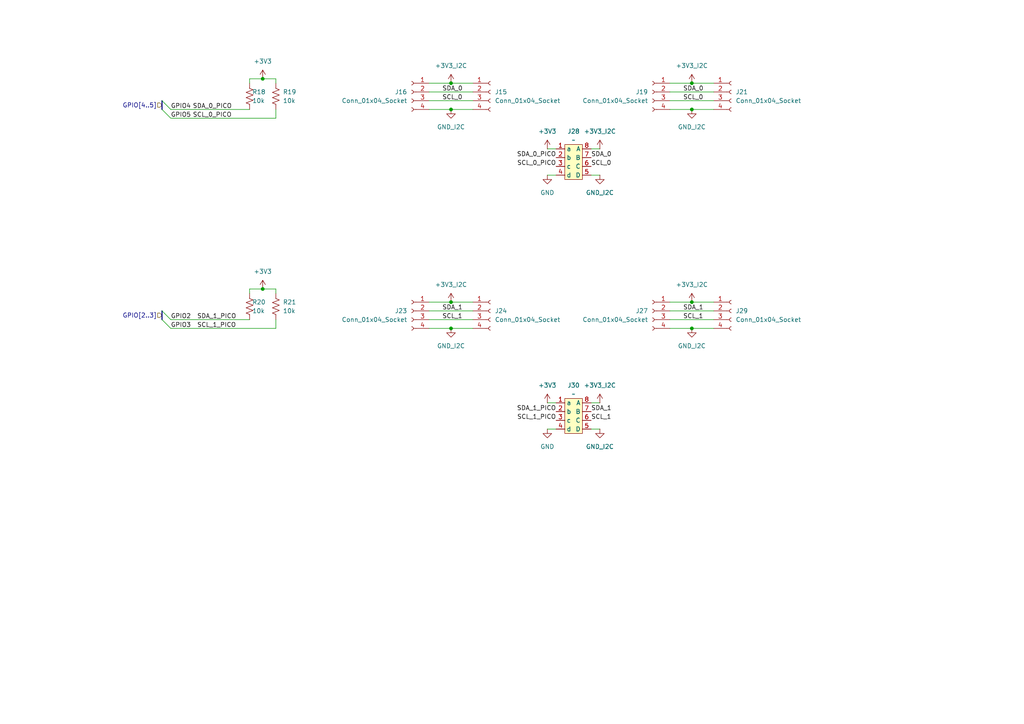
<source format=kicad_sch>
(kicad_sch (version 20250114) (generator "eeschema") (generator_version "9.0")
  (paper "A4")
  (lib_symbols
    (symbol "Aeris_custom:SJ_Stepper_1-5mm"
      (property "Reference" "J" (at -0.254 7.62 0))
      (symbol "SJ_Stepper_1-5mm_0_1"
        (rectangle (start -2.54 5.08) (end 2.54 -5.08) (fill (type background)))
      )
      (symbol "SJ_Stepper_1-5mm_1_1"
        (pin input line (at -5.08 3.81 0) (length 2.54) (name "a") (number "1"))
        (pin input line (at -5.08 1.27 0) (length 2.54) (name "b") (number "2"))
        (pin input line (at -5.08 -1.27 0) (length 2.54) (name "c") (number "3"))
        (pin input line (at -5.08 -3.81 0) (length 2.54) (name "d") (number "4"))
        (pin input line (at 5.08 3.81 180) (length 2.54) (name "A") (number "8"))
        (pin input line (at 5.08 1.27 180) (length 2.54) (name "B") (number "7"))
        (pin input line (at 5.08 -1.27 180) (length 2.54) (name "C") (number "6"))
        (pin input line (at 5.08 -3.81 180) (length 2.54) (name "D") (number "5"))
      )
    )
    (symbol "Connector:Conn_01x04_Socket" (pin_names (offset 1.016) (hide yes))
      (property "Reference" "J" (at 0 5.08 0))
      (property "Value" "Conn_01x04_Socket" (at 0 -7.62 0))
      (symbol "Conn_01x04_Socket_1_1"
        (polyline (pts (xy -1.27 2.54) (xy -0.508 2.54)) (stroke (width 0.1524)))
        (polyline (pts (xy -1.27 0) (xy -0.508 0)) (stroke (width 0.1524)))
        (polyline (pts (xy -1.27 -2.54) (xy -0.508 -2.54)) (stroke (width 0.1524)))
        (polyline (pts (xy -1.27 -5.08) (xy -0.508 -5.08)) (stroke (width 0.1524)))
        (arc (start 0 2.032) (mid -0.5058 2.54) (end 0 3.048) (stroke (width 0.1524)))
        (arc (start 0 -0.508) (mid -0.5058 0) (end 0 0.508) (stroke (width 0.1524)))
        (arc (start 0 -3.048) (mid -0.5058 -2.54) (end 0 -2.032) (stroke (width 0.1524)))
        (arc (start 0 -5.588) (mid -0.5058 -5.08) (end 0 -4.572) (stroke (width 0.1524)))
        (pin passive line (at -5.08 2.54 0) (length 3.81) (name "Pin_1") (number "1"))
        (pin passive line (at -5.08 0 0) (length 3.81) (name "Pin_2") (number "2"))
        (pin passive line (at -5.08 -2.54 0) (length 3.81) (name "Pin_3") (number "3"))
        (pin passive line (at -5.08 -5.08 0) (length 3.81) (name "Pin_4") (number "4"))
      )
    )
    (symbol "Device:R_US" (pin_numbers (hide yes)) (pin_names (offset 0))
      (property "Reference" "R" (at 2.54 0 90))
      (property "Value" "R_US" (at -2.54 0 90))
      (symbol "R_US_0_1"
        (polyline (pts (xy 0 2.286) (xy 0 2.54)))
        (polyline (pts (xy 0 2.286) (xy 1.016 1.905) (xy 0 1.524) (xy -1.016 1.143) (xy 0 0.762)))
        (polyline (pts (xy 0 0.762) (xy 1.016 0.381) (xy 0 0) (xy -1.016 -0.381) (xy 0 -0.762)))
        (polyline (pts (xy 0 -0.762) (xy 1.016 -1.143) (xy 0 -1.524) (xy -1.016 -1.905) (xy 0 -2.286)))
        (polyline (pts (xy 0 -2.286) (xy 0 -2.54)))
      )
      (symbol "R_US_1_1"
        (pin passive line (at 0 3.81 270) (length 1.27) (name "~") (number "1"))
        (pin passive line (at 0 -3.81 90) (length 1.27) (name "~") (number "2"))
      )
    )
    (symbol "power:+3V3" (power) (pin_numbers (hide yes)) (pin_names (offset 0) (hide yes))
      (property "Value" "+3V3" (at 0 3.556 0))
      (symbol "+3V3_0_1"
        (polyline (pts (xy -0.762 1.27) (xy 0 2.54)))
        (polyline (pts (xy 0 2.54) (xy 0.762 1.27)))
        (polyline (pts (xy 0 0) (xy 0 2.54)))
      )
      (symbol "+3V3_1_1"
        (pin power_in line (at 0 0 90) (length 0) (name "~") (number "1"))
      )
    )
    (symbol "power:GND" (power) (pin_numbers (hide yes)) (pin_names (offset 0) (hide yes))
      (property "Value" "GND" (at 0 -3.81 0))
      (symbol "GND_0_1"
        (polyline (pts (xy 0 0) (xy 0 -1.27) (xy 1.27 -1.27) (xy 0 -2.54) (xy -1.27 -1.27) (xy 0 -1.27)))
      )
      (symbol "GND_1_1"
        (pin power_in line (at 0 0 270) (length 0) (name "~") (number "1"))
      )
    )
  )
  (junction (at 130.81 95.25))
  (junction (at 130.81 31.75))
  (junction (at 76.2 83.82))
  (junction (at 76.2 22.86))
  (junction (at 200.66 24.13))
  (junction (at 130.81 24.13))
  (junction (at 130.81 87.63))
  (junction (at 200.66 31.75))
  (junction (at 200.66 87.63))
  (junction (at 200.66 95.25))
  (bus_entry (at 46.99 92.71) (size 2.54 2.54))
  (bus_entry (at 46.99 90.17) (size 2.54 2.54))
  (bus_entry (at 46.99 29.21) (size 2.54 2.54))
  (bus_entry (at 46.99 31.75) (size 2.54 2.54))
  (wire (pts (xy 76.2 22.86) (xy 80.01 22.86)))
  (wire (pts (xy 194.31 90.17) (xy 207.01 90.17)))
  (wire (pts (xy 124.46 26.67) (xy 137.16 26.67)))
  (wire (pts (xy 80.01 22.86) (xy 80.01 24.13)))
  (wire (pts (xy 200.66 24.13) (xy 207.01 24.13)))
  (wire (pts (xy 200.66 95.25) (xy 207.01 95.25)))
  (wire (pts (xy 194.31 95.25) (xy 200.66 95.25)))
  (wire (pts (xy 80.01 83.82) (xy 80.01 85.09)))
  (wire (pts (xy 171.45 50.8) (xy 173.99 50.8)))
  (wire (pts (xy 72.39 24.13) (xy 72.39 22.86)))
  (wire (pts (xy 72.39 83.82) (xy 76.2 83.82)))
  (wire (pts (xy 158.75 124.46) (xy 161.29 124.46)))
  (wire (pts (xy 194.31 92.71) (xy 207.01 92.71)))
  (wire (pts (xy 158.75 50.8) (xy 161.29 50.8)))
  (wire (pts (xy 124.46 24.13) (xy 130.81 24.13)))
  (wire (pts (xy 130.81 31.75) (xy 137.16 31.75)))
  (wire (pts (xy 194.31 31.75) (xy 200.66 31.75)))
  (wire (pts (xy 124.46 90.17) (xy 137.16 90.17)))
  (wire (pts (xy 76.2 83.82) (xy 80.01 83.82)))
  (wire (pts (xy 49.53 34.29) (xy 80.01 34.29)))
  (wire (pts (xy 80.01 95.25) (xy 80.01 92.71)))
  (wire (pts (xy 194.31 24.13) (xy 200.66 24.13)))
  (wire (pts (xy 200.66 87.63) (xy 207.01 87.63)))
  (wire (pts (xy 130.81 95.25) (xy 137.16 95.25)))
  (wire (pts (xy 171.45 43.18) (xy 173.99 43.18)))
  (wire (pts (xy 194.31 87.63) (xy 200.66 87.63)))
  (wire (pts (xy 130.81 87.63) (xy 137.16 87.63)))
  (wire (pts (xy 49.53 92.71) (xy 72.39 92.71)))
  (wire (pts (xy 49.53 31.75) (xy 72.39 31.75)))
  (wire (pts (xy 158.75 43.18) (xy 161.29 43.18)))
  (bus (pts (xy 46.99 29.21) (xy 46.99 31.75)))
  (wire (pts (xy 124.46 29.21) (xy 137.16 29.21)))
  (wire (pts (xy 124.46 95.25) (xy 130.81 95.25)))
  (wire (pts (xy 124.46 92.71) (xy 137.16 92.71)))
  (wire (pts (xy 194.31 29.21) (xy 207.01 29.21)))
  (wire (pts (xy 171.45 124.46) (xy 173.99 124.46)))
  (wire (pts (xy 72.39 22.86) (xy 76.2 22.86)))
  (wire (pts (xy 158.75 116.84) (xy 161.29 116.84)))
  (wire (pts (xy 171.45 116.84) (xy 173.99 116.84)))
  (bus (pts (xy 46.99 90.17) (xy 46.99 92.71)))
  (wire (pts (xy 124.46 87.63) (xy 130.81 87.63)))
  (wire (pts (xy 200.66 31.75) (xy 207.01 31.75)))
  (wire (pts (xy 124.46 31.75) (xy 130.81 31.75)))
  (wire (pts (xy 130.81 24.13) (xy 137.16 24.13)))
  (wire (pts (xy 49.53 95.25) (xy 80.01 95.25)))
  (wire (pts (xy 80.01 34.29) (xy 80.01 31.75)))
  (wire (pts (xy 72.39 85.09) (xy 72.39 83.82)))
  (wire (pts (xy 194.31 26.67) (xy 207.01 26.67)))
  (label "SDA_1" (at 198.12 90.17 0))
  (label "GPIO4" (at 49.53 31.75 0))
  (label "SCL_0" (at 198.12 29.21 0))
  (label "SCL_1" (at 128.27 92.71 0))
  (label "SDA_1_PICO" (at 161.29 119.38 180))
  (label "SCL_0_PICO" (at 55.88 34.29 0))
  (label "SDA_1" (at 128.27 90.17 0))
  (label "SCL_0" (at 128.27 29.21 0))
  (label "SCL_0_PICO" (at 161.29 48.26 180))
  (label "SCL_0" (at 171.45 48.26 0))
  (label "GPIO3" (at 49.53 95.25 0))
  (label "SCL_1_PICO" (at 161.29 121.92 180))
  (label "SDA_0" (at 198.12 26.67 0))
  (label "SDA_0" (at 171.45 45.72 0))
  (label "SCL_1" (at 171.45 121.92 0))
  (label "SCL_1_PICO" (at 57.15 95.25 0))
  (label "SCL_1" (at 198.12 92.71 0))
  (label "SDA_0_PICO" (at 161.29 45.72 180))
  (label "SDA_0_PICO" (at 55.88 31.75 0))
  (label "SDA_1_PICO" (at 57.15 92.71 0))
  (label "SDA_1" (at 171.45 119.38 0))
  (label "GPIO2" (at 49.53 92.71 0))
  (label "SDA_0" (at 128.27 26.67 0))
  (label "GPIO5" (at 49.53 34.29 0))
  (hierarchical_label "GPIO[4..5]" (shape input) (at 46.99 30.48 180))
  (hierarchical_label "GPIO[2..3]" (shape input) (at 46.99 91.44 180))
  (symbol (lib_id "Connector:Conn_01x04_Socket") (at 142.24 90.17 0) (unit 1)
    (property "Reference" "J24" (at 143.51 90.1699 0) (effects (justify left)))
    (property "Value" "Conn_01x04_Socket" (at 143.51 92.7099 0) (effects (justify left)))
    (property "Footprint" "Connector_PinSocket_2.54mm:PinSocket_1x04_P2.54mm_Vertical" (effects (hide yes)))
    (property "Description" "Generic connector, single row, 01x04, script generated" (effects (hide yes)))
  )
  (symbol (lib_id "power:GND") (at 200.66 95.25 0) (mirror y) (unit 1)
    (property "Reference" "#PWR087" (effects (hide yes)))
    (property "Value" "GND_I2C" (at 200.66 100.33 0))
    (property "Description" "Power symbol creates a global label with name \"GND\" , ground" (effects (hide yes)))
  )
  (symbol (lib_id "power:+3V3") (at 173.99 43.18 0) (unit 1)
    (property "Reference" "#PWR069" (effects (hide yes)))
    (property "Value" "+3V3_I2C" (at 173.99 38.1 0))
    (property "Description" "Power symbol creates a global label with name \"+3V3\"" (effects (hide yes)))
  )
  (symbol (lib_id "power:GND") (at 158.75 50.8 0) (mirror y) (unit 1)
    (property "Reference" "#PWR065" (effects (hide yes)))
    (property "Value" "GND" (at 158.75 55.88 0))
    (property "Description" "Power symbol creates a global label with name \"GND\" , ground" (effects (hide yes)))
  )
  (symbol (lib_id "power:GND") (at 130.81 31.75 0) (mirror y) (unit 1)
    (property "Reference" "#PWR083" (effects (hide yes)))
    (property "Value" "GND_I2C" (at 130.81 36.83 0))
    (property "Description" "Power symbol creates a global label with name \"GND\" , ground" (effects (hide yes)))
  )
  (symbol (lib_id "power:GND") (at 158.75 124.46 0) (mirror y) (unit 1)
    (property "Reference" "#PWR074" (effects (hide yes)))
    (property "Value" "GND" (at 158.75 129.54 0))
    (property "Description" "Power symbol creates a global label with name \"GND\" , ground" (effects (hide yes)))
  )
  (symbol (lib_id "power:+3V3") (at 76.2 22.86 0) (unit 1)
    (property "Reference" "#PWR059" (effects (hide yes)))
    (property "Value" "+3V3" (at 76.2 17.78 0))
    (property "Description" "Power symbol creates a global label with name \"+3V3\"" (effects (hide yes)))
  )
  (symbol (lib_id "Aeris_custom:SJ_Stepper_1-5mm") (at 166.37 46.99 0) (unit 1)
    (property "Reference" "J28" (at 166.37 38.1 0))
    (property "Value" "~" (at 166.37 40.64 0))
    (property "Footprint" "Custom_Aeris:SJ_Stepper_1-5mm" (effects (hide yes)))
  )
  (symbol (lib_id "power:+3V3") (at 130.81 87.63 0) (unit 1)
    (property "Reference" "#PWR071" (effects (hide yes)))
    (property "Value" "+3V3_I2C" (at 130.81 82.55 0))
    (property "Description" "Power symbol creates a global label with name \"+3V3\"" (effects (hide yes)))
  )
  (symbol (lib_id "Connector:Conn_01x04_Socket") (at 119.38 26.67 0) (mirror y) (unit 1)
    (property "Reference" "J16" (at 118.11 26.6699 0) (effects (justify left)))
    (property "Value" "Conn_01x04_Socket" (at 118.11 29.2099 0) (effects (justify left)))
    (property "Footprint" "Connector_PinSocket_2.54mm:PinSocket_1x04_P2.54mm_Vertical" (effects (hide yes)))
    (property "Description" "Generic connector, single row, 01x04, script generated" (effects (hide yes)))
  )
  (symbol (lib_id "Device:R_US") (at 80.01 27.94 0) (unit 1)
    (property "Reference" "R19" (at 82.042 26.67 0) (effects (justify left)))
    (property "Value" "10k" (at 82.042 29.21 0) (effects (justify left)))
    (property "Footprint" "Resistor_SMD:R_0603_1608Metric" (effects (hide yes)))
    (property "Description" "Resistor, US symbol" (effects (hide yes)))
  )
  (symbol (lib_id "power:+3V3") (at 158.75 116.84 0) (mirror y) (unit 1)
    (property "Reference" "#PWR073" (effects (hide yes)))
    (property "Value" "+3V3" (at 158.75 111.76 0))
    (property "Description" "Power symbol creates a global label with name \"+3V3\"" (effects (hide yes)))
  )
  (symbol (lib_id "Connector:Conn_01x04_Socket") (at 119.38 90.17 0) (mirror y) (unit 1)
    (property "Reference" "J23" (at 118.11 90.1699 0) (effects (justify left)))
    (property "Value" "Conn_01x04_Socket" (at 118.11 92.7099 0) (effects (justify left)))
    (property "Footprint" "Connector_PinSocket_2.54mm:PinSocket_1x04_P2.54mm_Vertical" (effects (hide yes)))
    (property "Description" "Generic connector, single row, 01x04, script generated" (effects (hide yes)))
  )
  (symbol (lib_id "power:+3V3") (at 76.2 83.82 0) (unit 1)
    (property "Reference" "#PWR066" (effects (hide yes)))
    (property "Value" "+3V3" (at 76.2 78.74 0))
    (property "Description" "Power symbol creates a global label with name \"+3V3\"" (effects (hide yes)))
  )
  (symbol (lib_id "power:+3V3") (at 158.75 43.18 0) (mirror y) (unit 1)
    (property "Reference" "#PWR064" (effects (hide yes)))
    (property "Value" "+3V3" (at 158.75 38.1 0))
    (property "Description" "Power symbol creates a global label with name \"+3V3\"" (effects (hide yes)))
  )
  (symbol (lib_id "power:GND") (at 200.66 31.75 0) (mirror y) (unit 1)
    (property "Reference" "#PWR085" (effects (hide yes)))
    (property "Value" "GND_I2C" (at 200.66 36.83 0))
    (property "Description" "Power symbol creates a global label with name \"GND\" , ground" (effects (hide yes)))
  )
  (symbol (lib_id "Connector:Conn_01x04_Socket") (at 189.23 90.17 0) (mirror y) (unit 1)
    (property "Reference" "J27" (at 187.96 90.1699 0) (effects (justify left)))
    (property "Value" "Conn_01x04_Socket" (at 187.96 92.7099 0) (effects (justify left)))
    (property "Footprint" "Connector_PinSocket_2.54mm:PinSocket_1x04_P2.54mm_Vertical" (effects (hide yes)))
    (property "Description" "Generic connector, single row, 01x04, script generated" (effects (hide yes)))
  )
  (symbol (lib_id "Device:R_US") (at 72.39 88.9 0) (unit 1)
    (property "Reference" "R20" (at 73.152 87.63 0) (effects (justify left)))
    (property "Value" "10k" (at 73.152 90.17 0) (effects (justify left)))
    (property "Footprint" "Resistor_SMD:R_0603_1608Metric" (effects (hide yes)))
    (property "Description" "Resistor, US symbol" (effects (hide yes)))
  )
  (symbol (lib_id "power:+3V3") (at 200.66 87.63 0) (unit 1)
    (property "Reference" "#PWR086" (effects (hide yes)))
    (property "Value" "+3V3_I2C" (at 200.66 82.55 0))
    (property "Description" "Power symbol creates a global label with name \"+3V3\"" (effects (hide yes)))
  )
  (symbol (lib_id "power:GND") (at 173.99 50.8 0) (mirror y) (unit 1)
    (property "Reference" "#PWR070" (effects (hide yes)))
    (property "Value" "GND_I2C" (at 173.99 55.88 0))
    (property "Description" "Power symbol creates a global label with name \"GND\" , ground" (effects (hide yes)))
  )
  (symbol (lib_id "Connector:Conn_01x04_Socket") (at 212.09 26.67 0) (unit 1)
    (property "Reference" "J21" (at 213.36 26.6699 0) (effects (justify left)))
    (property "Value" "Conn_01x04_Socket" (at 213.36 29.2099 0) (effects (justify left)))
    (property "Footprint" "Connector_PinSocket_2.54mm:PinSocket_1x04_P2.54mm_Vertical" (effects (hide yes)))
    (property "Description" "Generic connector, single row, 01x04, script generated" (effects (hide yes)))
  )
  (symbol (lib_id "power:GND") (at 130.81 95.25 0) (mirror y) (unit 1)
    (property "Reference" "#PWR072" (effects (hide yes)))
    (property "Value" "GND_I2C" (at 130.81 100.33 0))
    (property "Description" "Power symbol creates a global label with name \"GND\" , ground" (effects (hide yes)))
  )
  (symbol (lib_id "power:+3V3") (at 173.99 116.84 0) (unit 1)
    (property "Reference" "#PWR080" (effects (hide yes)))
    (property "Value" "+3V3_I2C" (at 173.99 111.76 0))
    (property "Description" "Power symbol creates a global label with name \"+3V3\"" (effects (hide yes)))
  )
  (symbol (lib_id "Device:R_US") (at 80.01 88.9 0) (unit 1)
    (property "Reference" "R21" (at 82.042 87.63 0) (effects (justify left)))
    (property "Value" "10k" (at 82.042 90.17 0) (effects (justify left)))
    (property "Footprint" "Resistor_SMD:R_0603_1608Metric" (effects (hide yes)))
    (property "Description" "Resistor, US symbol" (effects (hide yes)))
  )
  (symbol (lib_id "power:+3V3") (at 130.81 24.13 0) (unit 1)
    (property "Reference" "#PWR082" (effects (hide yes)))
    (property "Value" "+3V3_I2C" (at 130.81 19.05 0))
    (property "Description" "Power symbol creates a global label with name \"+3V3\"" (effects (hide yes)))
  )
  (symbol (lib_id "Aeris_custom:SJ_Stepper_1-5mm") (at 166.37 120.65 0) (unit 1)
    (property "Reference" "J30" (at 166.37 111.76 0))
    (property "Value" "~" (at 166.37 114.3 0))
    (property "Footprint" "Custom_Aeris:SJ_Stepper_1-5mm" (effects (hide yes)))
  )
  (symbol (lib_id "Connector:Conn_01x04_Socket") (at 212.09 90.17 0) (unit 1)
    (property "Reference" "J29" (at 213.36 90.1699 0) (effects (justify left)))
    (property "Value" "Conn_01x04_Socket" (at 213.36 92.7099 0) (effects (justify left)))
    (property "Footprint" "Connector_PinSocket_2.54mm:PinSocket_1x04_P2.54mm_Vertical" (effects (hide yes)))
    (property "Description" "Generic connector, single row, 01x04, script generated" (effects (hide yes)))
  )
  (symbol (lib_id "Connector:Conn_01x04_Socket") (at 142.24 26.67 0) (unit 1)
    (property "Reference" "J15" (at 143.51 26.6699 0) (effects (justify left)))
    (property "Value" "Conn_01x04_Socket" (at 143.51 29.2099 0) (effects (justify left)))
    (property "Footprint" "Connector_PinSocket_2.54mm:PinSocket_1x04_P2.54mm_Vertical" (effects (hide yes)))
    (property "Description" "Generic connector, single row, 01x04, script generated" (effects (hide yes)))
  )
  (symbol (lib_id "Device:R_US") (at 72.39 27.94 0) (unit 1)
    (property "Reference" "R18" (at 73.152 26.67 0) (effects (justify left)))
    (property "Value" "10k" (at 73.152 29.21 0) (effects (justify left)))
    (property "Footprint" "Resistor_SMD:R_0603_1608Metric" (effects (hide yes)))
    (property "Description" "Resistor, US symbol" (effects (hide yes)))
  )
  (symbol (lib_id "power:GND") (at 173.99 124.46 0) (mirror y) (unit 1)
    (property "Reference" "#PWR081" (effects (hide yes)))
    (property "Value" "GND_I2C" (at 173.99 129.54 0))
    (property "Description" "Power symbol creates a global label with name \"GND\" , ground" (effects (hide yes)))
  )
  (symbol (lib_id "Connector:Conn_01x04_Socket") (at 189.23 26.67 0) (mirror y) (unit 1)
    (property "Reference" "J19" (at 187.96 26.6699 0) (effects (justify left)))
    (property "Value" "Conn_01x04_Socket" (at 187.96 29.2099 0) (effects (justify left)))
    (property "Footprint" "Connector_PinSocket_2.54mm:PinSocket_1x04_P2.54mm_Vertical" (effects (hide yes)))
    (property "Description" "Generic connector, single row, 01x04, script generated" (effects (hide yes)))
  )
  (symbol (lib_id "power:+3V3") (at 200.66 24.13 0) (unit 1)
    (property "Reference" "#PWR084" (effects (hide yes)))
    (property "Value" "+3V3_I2C" (at 200.66 19.05 0))
    (property "Description" "Power symbol creates a global label with name \"+3V3\"" (effects (hide yes)))
  )
)
</source>
